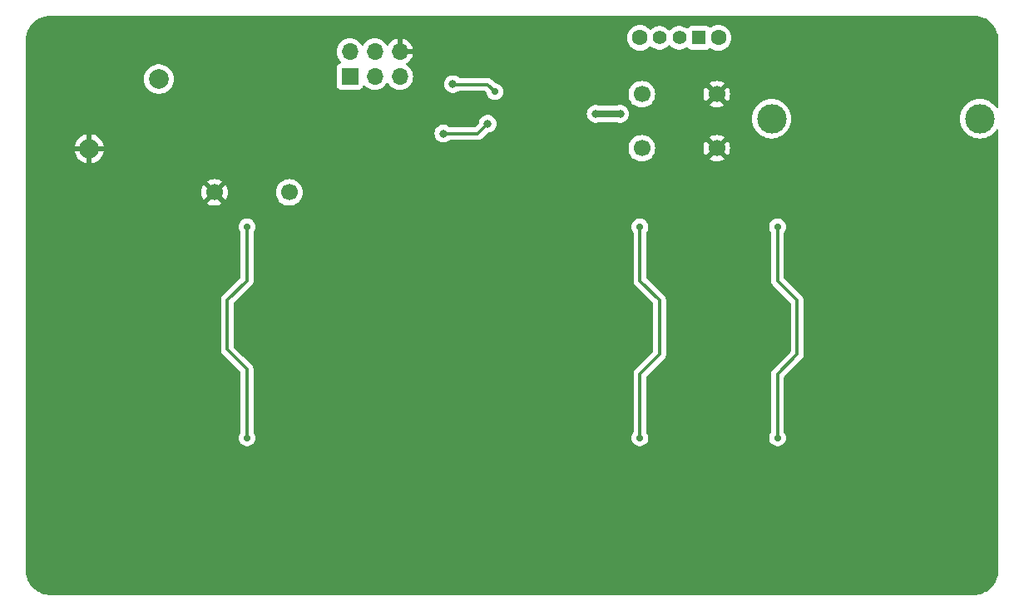
<source format=gbr>
%TF.GenerationSoftware,KiCad,Pcbnew,8.0.5*%
%TF.CreationDate,2024-12-02T23:37:23+00:00*%
%TF.ProjectId,piano-board,7069616e-6f2d-4626-9f61-72642e6b6963,rev?*%
%TF.SameCoordinates,Original*%
%TF.FileFunction,Copper,L2,Bot*%
%TF.FilePolarity,Positive*%
%FSLAX46Y46*%
G04 Gerber Fmt 4.6, Leading zero omitted, Abs format (unit mm)*
G04 Created by KiCad (PCBNEW 8.0.5) date 2024-12-02 23:37:23*
%MOMM*%
%LPD*%
G01*
G04 APERTURE LIST*
%TA.AperFunction,ComponentPad*%
%ADD10C,2.000000*%
%TD*%
%TA.AperFunction,ComponentPad*%
%ADD11C,1.700000*%
%TD*%
%TA.AperFunction,ComponentPad*%
%ADD12C,1.600000*%
%TD*%
%TA.AperFunction,ComponentPad*%
%ADD13R,1.400000X1.400000*%
%TD*%
%TA.AperFunction,ComponentPad*%
%ADD14C,1.400000*%
%TD*%
%TA.AperFunction,ComponentPad*%
%ADD15C,3.000000*%
%TD*%
%TA.AperFunction,ComponentPad*%
%ADD16R,1.700000X1.700000*%
%TD*%
%TA.AperFunction,ComponentPad*%
%ADD17O,1.700000X1.700000*%
%TD*%
%TA.AperFunction,ViaPad*%
%ADD18C,0.800000*%
%TD*%
%TA.AperFunction,ViaPad*%
%ADD19C,0.700000*%
%TD*%
%TA.AperFunction,Conductor*%
%ADD20C,0.700000*%
%TD*%
%TA.AperFunction,Conductor*%
%ADD21C,0.300000*%
%TD*%
G04 APERTURE END LIST*
D10*
%TO.P,LS1,1,1*%
%TO.N,Net-(LS1-Pad1)*%
X164035534Y-46964466D03*
%TO.P,LS1,2,2*%
%TO.N,GND*%
X156964466Y-54035534D03*
%TD*%
D11*
%TO.P,SW2,1,1*%
%TO.N,OCT_INC*%
X213190000Y-48500000D03*
%TO.P,SW2,2,2*%
%TO.N,GND*%
X220810000Y-48500000D03*
%TD*%
D12*
%TO.P,SW1,*%
%TO.N,*%
X221000000Y-42750000D03*
X213000000Y-42750000D03*
D13*
%TO.P,SW1,1,A*%
%TO.N,/BAT+*%
X219000000Y-42750000D03*
D14*
%TO.P,SW1,2,B*%
%TO.N,VCC*%
X217000000Y-42750000D03*
%TO.P,SW1,3,C*%
%TO.N,unconnected-(SW1-C-Pad3)*%
X215000000Y-42750000D03*
%TD*%
D11*
%TO.P,SW3,1,1*%
%TO.N,OCT_DEC*%
X213190000Y-54000000D03*
%TO.P,SW3,2,2*%
%TO.N,GND*%
X220810000Y-54000000D03*
%TD*%
D15*
%TO.P,BT1,1,+*%
%TO.N,/BAT+*%
X226400000Y-51000000D03*
X247600000Y-51000000D03*
%TD*%
D16*
%TO.P,J1,1,MISO*%
%TO.N,MISO_0*%
X183475000Y-46700000D03*
D17*
%TO.P,J1,2,VCC*%
%TO.N,VCC*%
X183475000Y-44160000D03*
%TO.P,J1,3,SCK*%
%TO.N,SCK_0*%
X186015000Y-46700000D03*
%TO.P,J1,4,MOSI*%
%TO.N,MOSI_0*%
X186015000Y-44160000D03*
%TO.P,J1,5,~{RST}*%
%TO.N,RST_DBG_PIN*%
X188555000Y-46700000D03*
%TO.P,J1,6,GND*%
%TO.N,GND*%
X188555000Y-44160000D03*
%TD*%
D11*
%TO.P,SW4,1,1*%
%TO.N,WAVE_CHANGE*%
X177310000Y-58500000D03*
%TO.P,SW4,2,2*%
%TO.N,GND*%
X169690000Y-58500000D03*
%TD*%
D18*
%TO.N,GND*%
X237000000Y-53500000D03*
D19*
X217500000Y-63000000D03*
X221000000Y-90000000D03*
D18*
X234500000Y-49500000D03*
D19*
X249000000Y-83000000D03*
X158000000Y-79000000D03*
X172000000Y-65000000D03*
X200000000Y-79000000D03*
X217500000Y-81000000D03*
X189000000Y-81000000D03*
X238500000Y-99000000D03*
X179000000Y-97000000D03*
X193000000Y-97000000D03*
X158000000Y-72000000D03*
X190500000Y-46500000D03*
X175500000Y-63000000D03*
X210500000Y-99000000D03*
X197000000Y-81000000D03*
X165000000Y-97000000D03*
X214000000Y-65000000D03*
X228000000Y-65000000D03*
X175500000Y-81000000D03*
D18*
X182000000Y-53000000D03*
D19*
X214000000Y-79000000D03*
X165000000Y-83000000D03*
X242000000Y-72000000D03*
X238500000Y-63000000D03*
X224500000Y-99000000D03*
X154500000Y-99000000D03*
X207000000Y-83000000D03*
X245500000Y-99000000D03*
X182500000Y-81000000D03*
X210500000Y-81000000D03*
X241500000Y-65000000D03*
X196500000Y-99000000D03*
X151000000Y-83000000D03*
X206000000Y-43000000D03*
X224500000Y-63000000D03*
D18*
X239500000Y-49500000D03*
D19*
X193000000Y-90000000D03*
D18*
X192431250Y-50431250D03*
D19*
X210500000Y-63000000D03*
X182500000Y-63000000D03*
X165000000Y-90000000D03*
X151000000Y-90000000D03*
X207000000Y-97000000D03*
X172500000Y-53000000D03*
X172000000Y-72000000D03*
X203500000Y-63000000D03*
X249000000Y-90000000D03*
X231500000Y-81000000D03*
X186000000Y-72000000D03*
X245500000Y-81000000D03*
X168500000Y-63000000D03*
X228000000Y-72000000D03*
X231500000Y-99000000D03*
X189500000Y-99000000D03*
X168500000Y-99000000D03*
X235000000Y-90000000D03*
D18*
X237000000Y-48500000D03*
D19*
X178000000Y-49500000D03*
X200000000Y-72000000D03*
X193000000Y-83000000D03*
X161500000Y-99000000D03*
X154500000Y-81000000D03*
X224500000Y-81000000D03*
X175500000Y-99000000D03*
X179000000Y-90000000D03*
X151000000Y-97000000D03*
X186000000Y-65000000D03*
X186000000Y-79000000D03*
X221000000Y-83000000D03*
X214000000Y-72000000D03*
X182500000Y-99000000D03*
X207000000Y-90000000D03*
X200000000Y-65000000D03*
X168500000Y-81000000D03*
X172000000Y-79000000D03*
X235000000Y-83000000D03*
D18*
X234500000Y-52500000D03*
D19*
X158000000Y-65000000D03*
X231500000Y-63000000D03*
D18*
X239500000Y-52500000D03*
D19*
X228000000Y-79000000D03*
X161500000Y-63000000D03*
X235000000Y-97000000D03*
X217500000Y-99000000D03*
X238500000Y-81000000D03*
X241500000Y-79000000D03*
X174000000Y-53000000D03*
D18*
X206000000Y-47500000D03*
D19*
X161500000Y-81000000D03*
X249000000Y-97000000D03*
X203500000Y-99000000D03*
X179000000Y-83000000D03*
X203500000Y-81000000D03*
X221000000Y-97000000D03*
D18*
%TO.N,VCC*%
X211000000Y-50500000D03*
X208500000Y-50500000D03*
%TO.N,RST_DBG_PIN*%
X193967708Y-47467708D03*
D19*
X198250000Y-48250000D03*
%TO.N,KEY_2_PAD*%
X173000000Y-83500000D03*
X173000000Y-62000000D03*
%TO.N,KEY_7_PAD*%
X213000000Y-62000000D03*
X213000000Y-83500000D03*
%TO.N,KEY_9_PAD*%
X227000000Y-62000000D03*
X227000000Y-83500000D03*
D18*
%TO.N,WAVE_CHANGE*%
X193000000Y-52500000D03*
X197500000Y-51500000D03*
%TD*%
D20*
%TO.N,VCC*%
X208500000Y-50500000D02*
X211000000Y-50500000D01*
D21*
%TO.N,RST_DBG_PIN*%
X194000000Y-47500000D02*
X193967708Y-47467708D01*
X197500000Y-47500000D02*
X194000000Y-47500000D01*
X198250000Y-48250000D02*
X197500000Y-47500000D01*
%TO.N,KEY_2_PAD*%
X173000000Y-83500000D02*
X173000000Y-76500000D01*
X173000000Y-76500000D02*
X171000000Y-74500000D01*
X171000000Y-74500000D02*
X171000000Y-69500000D01*
X173000000Y-67500000D02*
X173000000Y-62000000D01*
X171000000Y-69500000D02*
X173000000Y-67500000D01*
%TO.N,KEY_7_PAD*%
X213000000Y-62000000D02*
X213000000Y-67500000D01*
X213000000Y-77000000D02*
X213000000Y-83500000D01*
X215000000Y-75000000D02*
X213000000Y-77000000D01*
X213000000Y-67500000D02*
X215000000Y-69500000D01*
X215000000Y-69500000D02*
X215000000Y-75000000D01*
%TO.N,KEY_9_PAD*%
X227000000Y-67500000D02*
X229000000Y-69500000D01*
X227000000Y-77000000D02*
X227000000Y-83500000D01*
X229000000Y-69500000D02*
X229000000Y-75000000D01*
X227000000Y-62000000D02*
X227000000Y-67500000D01*
X229000000Y-75000000D02*
X227000000Y-77000000D01*
%TO.N,WAVE_CHANGE*%
X193000000Y-52500000D02*
X196500000Y-52500000D01*
X196500000Y-52500000D02*
X197500000Y-51500000D01*
%TD*%
%TA.AperFunction,Conductor*%
%TO.N,GND*%
G36*
X247003736Y-40500726D02*
G01*
X247293796Y-40518271D01*
X247308659Y-40520076D01*
X247590798Y-40571780D01*
X247605335Y-40575363D01*
X247879172Y-40660695D01*
X247893163Y-40666000D01*
X248154743Y-40783727D01*
X248167989Y-40790680D01*
X248413465Y-40939075D01*
X248425776Y-40947573D01*
X248651573Y-41124473D01*
X248662781Y-41134403D01*
X248865596Y-41337218D01*
X248875526Y-41348426D01*
X249038078Y-41555909D01*
X249052422Y-41574217D01*
X249060926Y-41586537D01*
X249182640Y-41787876D01*
X249209316Y-41832004D01*
X249216275Y-41845263D01*
X249333997Y-42106831D01*
X249339306Y-42120832D01*
X249424635Y-42394663D01*
X249428219Y-42409201D01*
X249479923Y-42691340D01*
X249481728Y-42706205D01*
X249499274Y-42996263D01*
X249499500Y-43003750D01*
X249499500Y-49826689D01*
X249479815Y-49893728D01*
X249427011Y-49939483D01*
X249357853Y-49949427D01*
X249294297Y-49920402D01*
X249276233Y-49900999D01*
X249115745Y-49686612D01*
X249115729Y-49686594D01*
X248913405Y-49484270D01*
X248913387Y-49484254D01*
X248684317Y-49312775D01*
X248684309Y-49312770D01*
X248433166Y-49175635D01*
X248433167Y-49175635D01*
X248231722Y-49100500D01*
X248165046Y-49075631D01*
X248165043Y-49075630D01*
X248165037Y-49075628D01*
X247885433Y-49014804D01*
X247600001Y-48994390D01*
X247599999Y-48994390D01*
X247314566Y-49014804D01*
X247034962Y-49075628D01*
X246766833Y-49175635D01*
X246515690Y-49312770D01*
X246515682Y-49312775D01*
X246286612Y-49484254D01*
X246286594Y-49484270D01*
X246084270Y-49686594D01*
X246084254Y-49686612D01*
X245912775Y-49915682D01*
X245912770Y-49915690D01*
X245775635Y-50166833D01*
X245675628Y-50434962D01*
X245614804Y-50714566D01*
X245594390Y-50999998D01*
X245594390Y-51000001D01*
X245614804Y-51285433D01*
X245675628Y-51565037D01*
X245675630Y-51565043D01*
X245675631Y-51565046D01*
X245773377Y-51827112D01*
X245775635Y-51833166D01*
X245912770Y-52084309D01*
X245912775Y-52084317D01*
X246084254Y-52313387D01*
X246084270Y-52313405D01*
X246286594Y-52515729D01*
X246286612Y-52515745D01*
X246515682Y-52687224D01*
X246515690Y-52687229D01*
X246766833Y-52824364D01*
X246766832Y-52824364D01*
X246766836Y-52824365D01*
X246766839Y-52824367D01*
X247034954Y-52924369D01*
X247034960Y-52924370D01*
X247034962Y-52924371D01*
X247314566Y-52985195D01*
X247314568Y-52985195D01*
X247314572Y-52985196D01*
X247568220Y-53003337D01*
X247599999Y-53005610D01*
X247600000Y-53005610D01*
X247600001Y-53005610D01*
X247628595Y-53003564D01*
X247885428Y-52985196D01*
X247994330Y-52961506D01*
X248165037Y-52924371D01*
X248165037Y-52924370D01*
X248165046Y-52924369D01*
X248433161Y-52824367D01*
X248684315Y-52687226D01*
X248913395Y-52515739D01*
X249115739Y-52313395D01*
X249276233Y-52099000D01*
X249332166Y-52057128D01*
X249401858Y-52052144D01*
X249463181Y-52085629D01*
X249496666Y-52146952D01*
X249499500Y-52173310D01*
X249499500Y-96996249D01*
X249499274Y-97003736D01*
X249481728Y-97293794D01*
X249479923Y-97308659D01*
X249428219Y-97590798D01*
X249424635Y-97605336D01*
X249339306Y-97879167D01*
X249333997Y-97893168D01*
X249216275Y-98154736D01*
X249209316Y-98167995D01*
X249060928Y-98413459D01*
X249052422Y-98425782D01*
X248875526Y-98651573D01*
X248865596Y-98662781D01*
X248662781Y-98865596D01*
X248651573Y-98875526D01*
X248425782Y-99052422D01*
X248413459Y-99060928D01*
X248167995Y-99209316D01*
X248154736Y-99216275D01*
X247893168Y-99333997D01*
X247879167Y-99339306D01*
X247605336Y-99424635D01*
X247590798Y-99428219D01*
X247308659Y-99479923D01*
X247293794Y-99481728D01*
X247003753Y-99499273D01*
X246996266Y-99499499D01*
X153003750Y-99499499D01*
X152996263Y-99499273D01*
X152706204Y-99481727D01*
X152691339Y-99479922D01*
X152409201Y-99428218D01*
X152394663Y-99424634D01*
X152120832Y-99339305D01*
X152106831Y-99333996D01*
X151845263Y-99216274D01*
X151832004Y-99209315D01*
X151586537Y-99060925D01*
X151574220Y-99052423D01*
X151427145Y-98937197D01*
X151348426Y-98875524D01*
X151337218Y-98865594D01*
X151134404Y-98662780D01*
X151124474Y-98651572D01*
X150947573Y-98425775D01*
X150939072Y-98413459D01*
X150790683Y-98167993D01*
X150783725Y-98154735D01*
X150666001Y-97893163D01*
X150660696Y-97879171D01*
X150575364Y-97605333D01*
X150571781Y-97590796D01*
X150520077Y-97308658D01*
X150518272Y-97293793D01*
X150504487Y-97065895D01*
X150500725Y-97003712D01*
X150500500Y-96996238D01*
X150500500Y-74564071D01*
X170349499Y-74564071D01*
X170374497Y-74689738D01*
X170374499Y-74689744D01*
X170423534Y-74808125D01*
X170494726Y-74914673D01*
X170494727Y-74914674D01*
X172313181Y-76733126D01*
X172346666Y-76794449D01*
X172349500Y-76820807D01*
X172349500Y-82903802D01*
X172329815Y-82970841D01*
X172317651Y-82986773D01*
X172308140Y-82997336D01*
X172218750Y-83152164D01*
X172218747Y-83152170D01*
X172163504Y-83322192D01*
X172163503Y-83322194D01*
X172144815Y-83500000D01*
X172163503Y-83677805D01*
X172163504Y-83677807D01*
X172218747Y-83847829D01*
X172218750Y-83847835D01*
X172308141Y-84002665D01*
X172349812Y-84048946D01*
X172427764Y-84135521D01*
X172427767Y-84135523D01*
X172427770Y-84135526D01*
X172572407Y-84240612D01*
X172735733Y-84313329D01*
X172910609Y-84350500D01*
X172910610Y-84350500D01*
X173089389Y-84350500D01*
X173089391Y-84350500D01*
X173264267Y-84313329D01*
X173427593Y-84240612D01*
X173572230Y-84135526D01*
X173691859Y-84002665D01*
X173781250Y-83847835D01*
X173836497Y-83677803D01*
X173855185Y-83500000D01*
X173836497Y-83322197D01*
X173781250Y-83152165D01*
X173691859Y-82997335D01*
X173682349Y-82986773D01*
X173652120Y-82923782D01*
X173650500Y-82903802D01*
X173650500Y-76435928D01*
X173625502Y-76310261D01*
X173625501Y-76310260D01*
X173625501Y-76310256D01*
X173576465Y-76191873D01*
X173576464Y-76191872D01*
X173576461Y-76191866D01*
X173505277Y-76085332D01*
X173505276Y-76085331D01*
X173414669Y-75994724D01*
X172609681Y-75189736D01*
X171686819Y-74266873D01*
X171653334Y-74205550D01*
X171650500Y-74179192D01*
X171650500Y-69820807D01*
X171670185Y-69753768D01*
X171686819Y-69733126D01*
X173505273Y-67914672D01*
X173505276Y-67914669D01*
X173576465Y-67808127D01*
X173625501Y-67689744D01*
X173650500Y-67564069D01*
X173650500Y-62596197D01*
X173670185Y-62529158D01*
X173682352Y-62513223D01*
X173691859Y-62502665D01*
X173781250Y-62347835D01*
X173836497Y-62177803D01*
X173855185Y-62000000D01*
X212144815Y-62000000D01*
X212163503Y-62177805D01*
X212163504Y-62177807D01*
X212218747Y-62347829D01*
X212218750Y-62347835D01*
X212308141Y-62502665D01*
X212317648Y-62513223D01*
X212347879Y-62576213D01*
X212349500Y-62596197D01*
X212349500Y-67564069D01*
X212349500Y-67564071D01*
X212349499Y-67564071D01*
X212374497Y-67689738D01*
X212374499Y-67689744D01*
X212423535Y-67808127D01*
X212494723Y-67914669D01*
X212494726Y-67914673D01*
X212494727Y-67914674D01*
X214313181Y-69733126D01*
X214346666Y-69794449D01*
X214349500Y-69820807D01*
X214349500Y-74679191D01*
X214329815Y-74746230D01*
X214313181Y-74766872D01*
X212494727Y-76585325D01*
X212494726Y-76585326D01*
X212424969Y-76689728D01*
X212424959Y-76689743D01*
X212423534Y-76691873D01*
X212374499Y-76810255D01*
X212374497Y-76810261D01*
X212349500Y-76935928D01*
X212349500Y-82903802D01*
X212329815Y-82970841D01*
X212317651Y-82986773D01*
X212308140Y-82997336D01*
X212218750Y-83152164D01*
X212218747Y-83152170D01*
X212163504Y-83322192D01*
X212163503Y-83322194D01*
X212144815Y-83500000D01*
X212163503Y-83677805D01*
X212163504Y-83677807D01*
X212218747Y-83847829D01*
X212218750Y-83847835D01*
X212308141Y-84002665D01*
X212349812Y-84048946D01*
X212427764Y-84135521D01*
X212427767Y-84135523D01*
X212427770Y-84135526D01*
X212572407Y-84240612D01*
X212735733Y-84313329D01*
X212910609Y-84350500D01*
X212910610Y-84350500D01*
X213089389Y-84350500D01*
X213089391Y-84350500D01*
X213264267Y-84313329D01*
X213427593Y-84240612D01*
X213572230Y-84135526D01*
X213691859Y-84002665D01*
X213781250Y-83847835D01*
X213836497Y-83677803D01*
X213855185Y-83500000D01*
X213836497Y-83322197D01*
X213781250Y-83152165D01*
X213691859Y-82997335D01*
X213682349Y-82986773D01*
X213652120Y-82923782D01*
X213650500Y-82903802D01*
X213650500Y-77320807D01*
X213670185Y-77253768D01*
X213686819Y-77233126D01*
X215505273Y-75414672D01*
X215505276Y-75414669D01*
X215576465Y-75308127D01*
X215625501Y-75189744D01*
X215638280Y-75125501D01*
X215650500Y-75064069D01*
X215650500Y-69435931D01*
X215650500Y-69435928D01*
X215625502Y-69310261D01*
X215625501Y-69310260D01*
X215625501Y-69310256D01*
X215576465Y-69191873D01*
X215576464Y-69191872D01*
X215576461Y-69191866D01*
X215505277Y-69085332D01*
X215505270Y-69085325D01*
X215414669Y-68994724D01*
X213686818Y-67266872D01*
X213653334Y-67205550D01*
X213650500Y-67179192D01*
X213650500Y-62596197D01*
X213670185Y-62529158D01*
X213682352Y-62513223D01*
X213691859Y-62502665D01*
X213781250Y-62347835D01*
X213836497Y-62177803D01*
X213855185Y-62000000D01*
X226144815Y-62000000D01*
X226163503Y-62177805D01*
X226163504Y-62177807D01*
X226218747Y-62347829D01*
X226218750Y-62347835D01*
X226308141Y-62502665D01*
X226317648Y-62513223D01*
X226347879Y-62576213D01*
X226349500Y-62596197D01*
X226349500Y-67564069D01*
X226349500Y-67564071D01*
X226349499Y-67564071D01*
X226374497Y-67689738D01*
X226374499Y-67689744D01*
X226423535Y-67808127D01*
X226494723Y-67914669D01*
X226494726Y-67914673D01*
X226494727Y-67914674D01*
X228313181Y-69733126D01*
X228346666Y-69794449D01*
X228349500Y-69820807D01*
X228349500Y-74679191D01*
X228329815Y-74746230D01*
X228313181Y-74766872D01*
X226494727Y-76585325D01*
X226494726Y-76585326D01*
X226424969Y-76689728D01*
X226424959Y-76689743D01*
X226423534Y-76691873D01*
X226374499Y-76810255D01*
X226374497Y-76810261D01*
X226349500Y-76935928D01*
X226349500Y-82903802D01*
X226329815Y-82970841D01*
X226317651Y-82986773D01*
X226308140Y-82997336D01*
X226218750Y-83152164D01*
X226218747Y-83152170D01*
X226163504Y-83322192D01*
X226163503Y-83322194D01*
X226144815Y-83500000D01*
X226163503Y-83677805D01*
X226163504Y-83677807D01*
X226218747Y-83847829D01*
X226218750Y-83847835D01*
X226308141Y-84002665D01*
X226349812Y-84048946D01*
X226427764Y-84135521D01*
X226427767Y-84135523D01*
X226427770Y-84135526D01*
X226572407Y-84240612D01*
X226735733Y-84313329D01*
X226910609Y-84350500D01*
X226910610Y-84350500D01*
X227089389Y-84350500D01*
X227089391Y-84350500D01*
X227264267Y-84313329D01*
X227427593Y-84240612D01*
X227572230Y-84135526D01*
X227691859Y-84002665D01*
X227781250Y-83847835D01*
X227836497Y-83677803D01*
X227855185Y-83500000D01*
X227836497Y-83322197D01*
X227781250Y-83152165D01*
X227691859Y-82997335D01*
X227682349Y-82986773D01*
X227652120Y-82923782D01*
X227650500Y-82903802D01*
X227650500Y-77320807D01*
X227670185Y-77253768D01*
X227686819Y-77233126D01*
X229505273Y-75414672D01*
X229505276Y-75414669D01*
X229576465Y-75308127D01*
X229625501Y-75189744D01*
X229638280Y-75125501D01*
X229650500Y-75064069D01*
X229650500Y-69435931D01*
X229650500Y-69435928D01*
X229625502Y-69310261D01*
X229625501Y-69310260D01*
X229625501Y-69310256D01*
X229576465Y-69191873D01*
X229576464Y-69191872D01*
X229576461Y-69191866D01*
X229505277Y-69085332D01*
X229505270Y-69085325D01*
X229414669Y-68994724D01*
X227686818Y-67266872D01*
X227653334Y-67205550D01*
X227650500Y-67179192D01*
X227650500Y-62596197D01*
X227670185Y-62529158D01*
X227682352Y-62513223D01*
X227691859Y-62502665D01*
X227781250Y-62347835D01*
X227836497Y-62177803D01*
X227855185Y-62000000D01*
X227836497Y-61822197D01*
X227781250Y-61652165D01*
X227691859Y-61497335D01*
X227645003Y-61445296D01*
X227572235Y-61364478D01*
X227572232Y-61364476D01*
X227572231Y-61364475D01*
X227572230Y-61364474D01*
X227427593Y-61259388D01*
X227264267Y-61186671D01*
X227264265Y-61186670D01*
X227136594Y-61159533D01*
X227089391Y-61149500D01*
X226910609Y-61149500D01*
X226879954Y-61156015D01*
X226735733Y-61186670D01*
X226735728Y-61186672D01*
X226572408Y-61259387D01*
X226427768Y-61364475D01*
X226308140Y-61497336D01*
X226218750Y-61652164D01*
X226218747Y-61652170D01*
X226163504Y-61822192D01*
X226163503Y-61822194D01*
X226144815Y-62000000D01*
X213855185Y-62000000D01*
X213836497Y-61822197D01*
X213781250Y-61652165D01*
X213691859Y-61497335D01*
X213645003Y-61445296D01*
X213572235Y-61364478D01*
X213572232Y-61364476D01*
X213572231Y-61364475D01*
X213572230Y-61364474D01*
X213427593Y-61259388D01*
X213264267Y-61186671D01*
X213264265Y-61186670D01*
X213136594Y-61159533D01*
X213089391Y-61149500D01*
X212910609Y-61149500D01*
X212879954Y-61156015D01*
X212735733Y-61186670D01*
X212735728Y-61186672D01*
X212572408Y-61259387D01*
X212427768Y-61364475D01*
X212308140Y-61497336D01*
X212218750Y-61652164D01*
X212218747Y-61652170D01*
X212163504Y-61822192D01*
X212163503Y-61822194D01*
X212144815Y-62000000D01*
X173855185Y-62000000D01*
X173836497Y-61822197D01*
X173781250Y-61652165D01*
X173691859Y-61497335D01*
X173645003Y-61445296D01*
X173572235Y-61364478D01*
X173572232Y-61364476D01*
X173572231Y-61364475D01*
X173572230Y-61364474D01*
X173427593Y-61259388D01*
X173264267Y-61186671D01*
X173264265Y-61186670D01*
X173136594Y-61159533D01*
X173089391Y-61149500D01*
X172910609Y-61149500D01*
X172879954Y-61156015D01*
X172735733Y-61186670D01*
X172735728Y-61186672D01*
X172572408Y-61259387D01*
X172427768Y-61364475D01*
X172308140Y-61497336D01*
X172218750Y-61652164D01*
X172218747Y-61652170D01*
X172163504Y-61822192D01*
X172163503Y-61822194D01*
X172144815Y-62000000D01*
X172163503Y-62177805D01*
X172163504Y-62177807D01*
X172218747Y-62347829D01*
X172218750Y-62347835D01*
X172308141Y-62502665D01*
X172317648Y-62513223D01*
X172347879Y-62576213D01*
X172349500Y-62596197D01*
X172349500Y-67179191D01*
X172329815Y-67246230D01*
X172313181Y-67266872D01*
X170494727Y-69085325D01*
X170494726Y-69085326D01*
X170423534Y-69191874D01*
X170374499Y-69310255D01*
X170374497Y-69310261D01*
X170349500Y-69435928D01*
X170349500Y-69435931D01*
X170349500Y-74564069D01*
X170349500Y-74564071D01*
X170349499Y-74564071D01*
X150500500Y-74564071D01*
X150500500Y-58499998D01*
X168334843Y-58499998D01*
X168334843Y-58500001D01*
X168355430Y-58735315D01*
X168355432Y-58735326D01*
X168416566Y-58963483D01*
X168416570Y-58963492D01*
X168516400Y-59177579D01*
X168516402Y-59177583D01*
X168575072Y-59261373D01*
X168575073Y-59261373D01*
X169207037Y-58629409D01*
X169224075Y-58692993D01*
X169289901Y-58807007D01*
X169382993Y-58900099D01*
X169497007Y-58965925D01*
X169560590Y-58982962D01*
X168928625Y-59614925D01*
X169012421Y-59673599D01*
X169226507Y-59773429D01*
X169226516Y-59773433D01*
X169454673Y-59834567D01*
X169454684Y-59834569D01*
X169689998Y-59855157D01*
X169690002Y-59855157D01*
X169925315Y-59834569D01*
X169925326Y-59834567D01*
X170153483Y-59773433D01*
X170153492Y-59773429D01*
X170367578Y-59673600D01*
X170367582Y-59673598D01*
X170451373Y-59614926D01*
X170451373Y-59614925D01*
X169819409Y-58982962D01*
X169882993Y-58965925D01*
X169997007Y-58900099D01*
X170090099Y-58807007D01*
X170155925Y-58692993D01*
X170172962Y-58629410D01*
X170804925Y-59261373D01*
X170804926Y-59261373D01*
X170863598Y-59177582D01*
X170863600Y-59177578D01*
X170963429Y-58963492D01*
X170963433Y-58963483D01*
X171024567Y-58735326D01*
X171024569Y-58735315D01*
X171045157Y-58500001D01*
X171045157Y-58499999D01*
X175954341Y-58499999D01*
X175954341Y-58500000D01*
X175974936Y-58735403D01*
X175974938Y-58735413D01*
X176036094Y-58963655D01*
X176036096Y-58963659D01*
X176036097Y-58963663D01*
X176135847Y-59177578D01*
X176135965Y-59177830D01*
X176135967Y-59177834D01*
X176194462Y-59261373D01*
X176271505Y-59371401D01*
X176438599Y-59538495D01*
X176535384Y-59606265D01*
X176632165Y-59674032D01*
X176632167Y-59674033D01*
X176632170Y-59674035D01*
X176846337Y-59773903D01*
X177074592Y-59835063D01*
X177262918Y-59851539D01*
X177309999Y-59855659D01*
X177310000Y-59855659D01*
X177310001Y-59855659D01*
X177349234Y-59852226D01*
X177545408Y-59835063D01*
X177773663Y-59773903D01*
X177987830Y-59674035D01*
X178181401Y-59538495D01*
X178348495Y-59371401D01*
X178484035Y-59177830D01*
X178583903Y-58963663D01*
X178645063Y-58735408D01*
X178665659Y-58500000D01*
X178645063Y-58264592D01*
X178583903Y-58036337D01*
X178484035Y-57822171D01*
X178425537Y-57738626D01*
X178348494Y-57628597D01*
X178181402Y-57461506D01*
X178181395Y-57461501D01*
X177987834Y-57325967D01*
X177987830Y-57325965D01*
X177987828Y-57325964D01*
X177773663Y-57226097D01*
X177773659Y-57226096D01*
X177773655Y-57226094D01*
X177545413Y-57164938D01*
X177545403Y-57164936D01*
X177310001Y-57144341D01*
X177309999Y-57144341D01*
X177074596Y-57164936D01*
X177074586Y-57164938D01*
X176846344Y-57226094D01*
X176846335Y-57226098D01*
X176632171Y-57325964D01*
X176632169Y-57325965D01*
X176438597Y-57461505D01*
X176271505Y-57628597D01*
X176135965Y-57822169D01*
X176135964Y-57822171D01*
X176036098Y-58036335D01*
X176036094Y-58036344D01*
X175974938Y-58264586D01*
X175974936Y-58264596D01*
X175954341Y-58499999D01*
X171045157Y-58499999D01*
X171045157Y-58499998D01*
X171024569Y-58264684D01*
X171024567Y-58264673D01*
X170963433Y-58036516D01*
X170963429Y-58036507D01*
X170863600Y-57822423D01*
X170863599Y-57822421D01*
X170804925Y-57738626D01*
X170804925Y-57738625D01*
X170172962Y-58370589D01*
X170155925Y-58307007D01*
X170090099Y-58192993D01*
X169997007Y-58099901D01*
X169882993Y-58034075D01*
X169819410Y-58017037D01*
X170451373Y-57385073D01*
X170451373Y-57385072D01*
X170367583Y-57326402D01*
X170367579Y-57326400D01*
X170153492Y-57226570D01*
X170153483Y-57226566D01*
X169925326Y-57165432D01*
X169925315Y-57165430D01*
X169690002Y-57144843D01*
X169689998Y-57144843D01*
X169454684Y-57165430D01*
X169454673Y-57165432D01*
X169226516Y-57226566D01*
X169226507Y-57226570D01*
X169012419Y-57326401D01*
X168928625Y-57385072D01*
X169560590Y-58017037D01*
X169497007Y-58034075D01*
X169382993Y-58099901D01*
X169289901Y-58192993D01*
X169224075Y-58307007D01*
X169207037Y-58370590D01*
X168575072Y-57738625D01*
X168516401Y-57822419D01*
X168416570Y-58036507D01*
X168416566Y-58036516D01*
X168355432Y-58264673D01*
X168355430Y-58264684D01*
X168334843Y-58499998D01*
X150500500Y-58499998D01*
X150500500Y-53785534D01*
X155480426Y-53785534D01*
X156648780Y-53785534D01*
X156644386Y-53789928D01*
X156591725Y-53881140D01*
X156564466Y-53982873D01*
X156564466Y-54088195D01*
X156591725Y-54189928D01*
X156644386Y-54281140D01*
X156648780Y-54285534D01*
X155480426Y-54285534D01*
X155540877Y-54524250D01*
X155640733Y-54751901D01*
X155776698Y-54960012D01*
X155945058Y-55142898D01*
X155945068Y-55142907D01*
X156141228Y-55295585D01*
X156141237Y-55295591D01*
X156359851Y-55413898D01*
X156359862Y-55413903D01*
X156594973Y-55494617D01*
X156714465Y-55514557D01*
X156714466Y-55514556D01*
X156714466Y-54351220D01*
X156718860Y-54355614D01*
X156810072Y-54408275D01*
X156911805Y-54435534D01*
X157017127Y-54435534D01*
X157118860Y-54408275D01*
X157210072Y-54355614D01*
X157214466Y-54351220D01*
X157214466Y-55514557D01*
X157333958Y-55494617D01*
X157569069Y-55413903D01*
X157569080Y-55413898D01*
X157787694Y-55295591D01*
X157787703Y-55295585D01*
X157983863Y-55142907D01*
X157983873Y-55142898D01*
X158152233Y-54960012D01*
X158288198Y-54751901D01*
X158388054Y-54524250D01*
X158448506Y-54285534D01*
X157280152Y-54285534D01*
X157284546Y-54281140D01*
X157337207Y-54189928D01*
X157364466Y-54088195D01*
X157364466Y-53999999D01*
X211834341Y-53999999D01*
X211834341Y-54000000D01*
X211854936Y-54235403D01*
X211854938Y-54235413D01*
X211916094Y-54463655D01*
X211916096Y-54463659D01*
X211916097Y-54463663D01*
X212015847Y-54677578D01*
X212015965Y-54677830D01*
X212015967Y-54677834D01*
X212067830Y-54751901D01*
X212151505Y-54871401D01*
X212318599Y-55038495D01*
X212415384Y-55106265D01*
X212512165Y-55174032D01*
X212512167Y-55174033D01*
X212512170Y-55174035D01*
X212726337Y-55273903D01*
X212954592Y-55335063D01*
X213142918Y-55351539D01*
X213189999Y-55355659D01*
X213190000Y-55355659D01*
X213190001Y-55355659D01*
X213229234Y-55352226D01*
X213425408Y-55335063D01*
X213653663Y-55273903D01*
X213867830Y-55174035D01*
X214061401Y-55038495D01*
X214228495Y-54871401D01*
X214364035Y-54677830D01*
X214463903Y-54463663D01*
X214525063Y-54235408D01*
X214545659Y-54000000D01*
X214545659Y-53999998D01*
X219454843Y-53999998D01*
X219454843Y-54000001D01*
X219475430Y-54235315D01*
X219475432Y-54235326D01*
X219536566Y-54463483D01*
X219536570Y-54463492D01*
X219636400Y-54677579D01*
X219636402Y-54677583D01*
X219695072Y-54761373D01*
X219695073Y-54761373D01*
X220327037Y-54129409D01*
X220344075Y-54192993D01*
X220409901Y-54307007D01*
X220502993Y-54400099D01*
X220617007Y-54465925D01*
X220680590Y-54482962D01*
X220048625Y-55114925D01*
X220132421Y-55173599D01*
X220346507Y-55273429D01*
X220346516Y-55273433D01*
X220574673Y-55334567D01*
X220574684Y-55334569D01*
X220809998Y-55355157D01*
X220810002Y-55355157D01*
X221045315Y-55334569D01*
X221045326Y-55334567D01*
X221273483Y-55273433D01*
X221273492Y-55273429D01*
X221487578Y-55173600D01*
X221487582Y-55173598D01*
X221571373Y-55114926D01*
X221571373Y-55114925D01*
X220939409Y-54482962D01*
X221002993Y-54465925D01*
X221117007Y-54400099D01*
X221210099Y-54307007D01*
X221275925Y-54192993D01*
X221292962Y-54129410D01*
X221924925Y-54761373D01*
X221924926Y-54761373D01*
X221983598Y-54677582D01*
X221983600Y-54677578D01*
X222083429Y-54463492D01*
X222083433Y-54463483D01*
X222144567Y-54235326D01*
X222144569Y-54235315D01*
X222165157Y-54000001D01*
X222165157Y-53999998D01*
X222144569Y-53764684D01*
X222144567Y-53764673D01*
X222083433Y-53536516D01*
X222083429Y-53536507D01*
X221983600Y-53322423D01*
X221983599Y-53322421D01*
X221924925Y-53238626D01*
X221924925Y-53238625D01*
X221292962Y-53870589D01*
X221275925Y-53807007D01*
X221210099Y-53692993D01*
X221117007Y-53599901D01*
X221002993Y-53534075D01*
X220939410Y-53517037D01*
X221571373Y-52885073D01*
X221571373Y-52885072D01*
X221487583Y-52826402D01*
X221487579Y-52826400D01*
X221273492Y-52726570D01*
X221273483Y-52726566D01*
X221045326Y-52665432D01*
X221045315Y-52665430D01*
X220810002Y-52644843D01*
X220809998Y-52644843D01*
X220574684Y-52665430D01*
X220574673Y-52665432D01*
X220346516Y-52726566D01*
X220346507Y-52726570D01*
X220132419Y-52826401D01*
X220048625Y-52885072D01*
X220680590Y-53517037D01*
X220617007Y-53534075D01*
X220502993Y-53599901D01*
X220409901Y-53692993D01*
X220344075Y-53807007D01*
X220327037Y-53870589D01*
X219695073Y-53238625D01*
X219695072Y-53238625D01*
X219636401Y-53322419D01*
X219536570Y-53536507D01*
X219536566Y-53536516D01*
X219475432Y-53764673D01*
X219475430Y-53764684D01*
X219454843Y-53999998D01*
X214545659Y-53999998D01*
X214525063Y-53764592D01*
X214463903Y-53536337D01*
X214364035Y-53322171D01*
X214337414Y-53284151D01*
X214228494Y-53128597D01*
X214061402Y-52961506D01*
X214061395Y-52961501D01*
X213867834Y-52825967D01*
X213867830Y-52825965D01*
X213759556Y-52775476D01*
X213653663Y-52726097D01*
X213653659Y-52726096D01*
X213653655Y-52726094D01*
X213425413Y-52664938D01*
X213425403Y-52664936D01*
X213190001Y-52644341D01*
X213189999Y-52644341D01*
X212954596Y-52664936D01*
X212954586Y-52664938D01*
X212726344Y-52726094D01*
X212726335Y-52726098D01*
X212512171Y-52825964D01*
X212512169Y-52825965D01*
X212318597Y-52961505D01*
X212151505Y-53128597D01*
X212015965Y-53322169D01*
X212015964Y-53322171D01*
X211916098Y-53536335D01*
X211916094Y-53536344D01*
X211854938Y-53764586D01*
X211854936Y-53764596D01*
X211834341Y-53999999D01*
X157364466Y-53999999D01*
X157364466Y-53982873D01*
X157337207Y-53881140D01*
X157284546Y-53789928D01*
X157280152Y-53785534D01*
X158448506Y-53785534D01*
X158388054Y-53546817D01*
X158288198Y-53319166D01*
X158152233Y-53111055D01*
X157983873Y-52928169D01*
X157983863Y-52928160D01*
X157787703Y-52775482D01*
X157787694Y-52775476D01*
X157569080Y-52657169D01*
X157569069Y-52657164D01*
X157333958Y-52576450D01*
X157214466Y-52556510D01*
X157214466Y-53719848D01*
X157210072Y-53715454D01*
X157118860Y-53662793D01*
X157017127Y-53635534D01*
X156911805Y-53635534D01*
X156810072Y-53662793D01*
X156718860Y-53715454D01*
X156714466Y-53719848D01*
X156714466Y-52556510D01*
X156714465Y-52556510D01*
X156594973Y-52576450D01*
X156359862Y-52657164D01*
X156359851Y-52657169D01*
X156141237Y-52775476D01*
X156141228Y-52775482D01*
X155945068Y-52928160D01*
X155945058Y-52928169D01*
X155776698Y-53111055D01*
X155640733Y-53319166D01*
X155540877Y-53546817D01*
X155480426Y-53785534D01*
X150500500Y-53785534D01*
X150500500Y-52500000D01*
X192094540Y-52500000D01*
X192114326Y-52688256D01*
X192114327Y-52688259D01*
X192172818Y-52868277D01*
X192172821Y-52868284D01*
X192267467Y-53032216D01*
X192354249Y-53128597D01*
X192394129Y-53172888D01*
X192547265Y-53284148D01*
X192547270Y-53284151D01*
X192720192Y-53361142D01*
X192720197Y-53361144D01*
X192905354Y-53400500D01*
X192905355Y-53400500D01*
X193094644Y-53400500D01*
X193094646Y-53400500D01*
X193279803Y-53361144D01*
X193452730Y-53284151D01*
X193604090Y-53174182D01*
X193669896Y-53150702D01*
X193676975Y-53150500D01*
X196564071Y-53150500D01*
X196648615Y-53133682D01*
X196689744Y-53125501D01*
X196808127Y-53076465D01*
X196914669Y-53005277D01*
X197483127Y-52436819D01*
X197544450Y-52403334D01*
X197570808Y-52400500D01*
X197594644Y-52400500D01*
X197594646Y-52400500D01*
X197779803Y-52361144D01*
X197952730Y-52284151D01*
X198105871Y-52172888D01*
X198232533Y-52032216D01*
X198327179Y-51868284D01*
X198385674Y-51688256D01*
X198405460Y-51500000D01*
X198385674Y-51311744D01*
X198327179Y-51131716D01*
X198232533Y-50967784D01*
X198105871Y-50827112D01*
X198105870Y-50827111D01*
X197952734Y-50715851D01*
X197952729Y-50715848D01*
X197779807Y-50638857D01*
X197779802Y-50638855D01*
X197634001Y-50607865D01*
X197594646Y-50599500D01*
X197405354Y-50599500D01*
X197372897Y-50606398D01*
X197220197Y-50638855D01*
X197220192Y-50638857D01*
X197047270Y-50715848D01*
X197047265Y-50715851D01*
X196894129Y-50827111D01*
X196767466Y-50967785D01*
X196672821Y-51131715D01*
X196672818Y-51131722D01*
X196614327Y-51311739D01*
X196614326Y-51311741D01*
X196600831Y-51440143D01*
X196574246Y-51504757D01*
X196565191Y-51514862D01*
X196266873Y-51813181D01*
X196205550Y-51846666D01*
X196179192Y-51849500D01*
X193676975Y-51849500D01*
X193609936Y-51829815D01*
X193604090Y-51825818D01*
X193452734Y-51715851D01*
X193452729Y-51715848D01*
X193279807Y-51638857D01*
X193279802Y-51638855D01*
X193134001Y-51607865D01*
X193094646Y-51599500D01*
X192905354Y-51599500D01*
X192872897Y-51606398D01*
X192720197Y-51638855D01*
X192720192Y-51638857D01*
X192547270Y-51715848D01*
X192547265Y-51715851D01*
X192394129Y-51827111D01*
X192267466Y-51967785D01*
X192172821Y-52131715D01*
X192172818Y-52131722D01*
X192114327Y-52311740D01*
X192114326Y-52311744D01*
X192094540Y-52500000D01*
X150500500Y-52500000D01*
X150500500Y-50500000D01*
X207594540Y-50500000D01*
X207614326Y-50688256D01*
X207614327Y-50688259D01*
X207672818Y-50868277D01*
X207672821Y-50868284D01*
X207767467Y-51032216D01*
X207857063Y-51131722D01*
X207894129Y-51172888D01*
X208047265Y-51284148D01*
X208047270Y-51284151D01*
X208220192Y-51361142D01*
X208220197Y-51361144D01*
X208405354Y-51400500D01*
X208405355Y-51400500D01*
X208594644Y-51400500D01*
X208594646Y-51400500D01*
X208779803Y-51361144D01*
X208779808Y-51361141D01*
X208785986Y-51359135D01*
X208786209Y-51359821D01*
X208830067Y-51350500D01*
X210669933Y-51350500D01*
X210713790Y-51359821D01*
X210714014Y-51359135D01*
X210720194Y-51361142D01*
X210720197Y-51361144D01*
X210905354Y-51400500D01*
X210905355Y-51400500D01*
X211094644Y-51400500D01*
X211094646Y-51400500D01*
X211279803Y-51361144D01*
X211452730Y-51284151D01*
X211605871Y-51172888D01*
X211732533Y-51032216D01*
X211751134Y-50999998D01*
X224394390Y-50999998D01*
X224394390Y-51000001D01*
X224414804Y-51285433D01*
X224475628Y-51565037D01*
X224475630Y-51565043D01*
X224475631Y-51565046D01*
X224573377Y-51827112D01*
X224575635Y-51833166D01*
X224712770Y-52084309D01*
X224712775Y-52084317D01*
X224884254Y-52313387D01*
X224884270Y-52313405D01*
X225086594Y-52515729D01*
X225086612Y-52515745D01*
X225315682Y-52687224D01*
X225315690Y-52687229D01*
X225566833Y-52824364D01*
X225566832Y-52824364D01*
X225566836Y-52824365D01*
X225566839Y-52824367D01*
X225834954Y-52924369D01*
X225834960Y-52924370D01*
X225834962Y-52924371D01*
X226114566Y-52985195D01*
X226114568Y-52985195D01*
X226114572Y-52985196D01*
X226368220Y-53003337D01*
X226399999Y-53005610D01*
X226400000Y-53005610D01*
X226400001Y-53005610D01*
X226428595Y-53003564D01*
X226685428Y-52985196D01*
X226794330Y-52961506D01*
X226965037Y-52924371D01*
X226965037Y-52924370D01*
X226965046Y-52924369D01*
X227233161Y-52824367D01*
X227484315Y-52687226D01*
X227713395Y-52515739D01*
X227915739Y-52313395D01*
X228087226Y-52084315D01*
X228224367Y-51833161D01*
X228324369Y-51565046D01*
X228368725Y-51361144D01*
X228385195Y-51285433D01*
X228385195Y-51285432D01*
X228385196Y-51285428D01*
X228405610Y-51000000D01*
X228385196Y-50714572D01*
X228379471Y-50688256D01*
X228324371Y-50434962D01*
X228324370Y-50434960D01*
X228324369Y-50434954D01*
X228224367Y-50166839D01*
X228205188Y-50131716D01*
X228087229Y-49915690D01*
X228087224Y-49915682D01*
X227915745Y-49686612D01*
X227915729Y-49686594D01*
X227713405Y-49484270D01*
X227713387Y-49484254D01*
X227484317Y-49312775D01*
X227484309Y-49312770D01*
X227233166Y-49175635D01*
X227233167Y-49175635D01*
X227031722Y-49100500D01*
X226965046Y-49075631D01*
X226965043Y-49075630D01*
X226965037Y-49075628D01*
X226685433Y-49014804D01*
X226400001Y-48994390D01*
X226399999Y-48994390D01*
X226114566Y-49014804D01*
X225834962Y-49075628D01*
X225566833Y-49175635D01*
X225315690Y-49312770D01*
X225315682Y-49312775D01*
X225086612Y-49484254D01*
X225086594Y-49484270D01*
X224884270Y-49686594D01*
X224884254Y-49686612D01*
X224712775Y-49915682D01*
X224712770Y-49915690D01*
X224575635Y-50166833D01*
X224475628Y-50434962D01*
X224414804Y-50714566D01*
X224394390Y-50999998D01*
X211751134Y-50999998D01*
X211827179Y-50868284D01*
X211885674Y-50688256D01*
X211905460Y-50500000D01*
X211885674Y-50311744D01*
X211827179Y-50131716D01*
X211732533Y-49967784D01*
X211605871Y-49827112D01*
X211532638Y-49773905D01*
X211452734Y-49715851D01*
X211452729Y-49715848D01*
X211279807Y-49638857D01*
X211279802Y-49638855D01*
X211134001Y-49607865D01*
X211094646Y-49599500D01*
X210905354Y-49599500D01*
X210865999Y-49607865D01*
X210720198Y-49638855D01*
X210714014Y-49640865D01*
X210713790Y-49640178D01*
X210669933Y-49649500D01*
X208830067Y-49649500D01*
X208786209Y-49640178D01*
X208785986Y-49640865D01*
X208779801Y-49638855D01*
X208644624Y-49610123D01*
X208594646Y-49599500D01*
X208405354Y-49599500D01*
X208372897Y-49606398D01*
X208220197Y-49638855D01*
X208220192Y-49638857D01*
X208047270Y-49715848D01*
X208047265Y-49715851D01*
X207894129Y-49827111D01*
X207767466Y-49967785D01*
X207672821Y-50131715D01*
X207672818Y-50131722D01*
X207614327Y-50311740D01*
X207614326Y-50311744D01*
X207594540Y-50500000D01*
X150500500Y-50500000D01*
X150500500Y-46964460D01*
X162529891Y-46964460D01*
X162529891Y-46964471D01*
X162550424Y-47212278D01*
X162550426Y-47212290D01*
X162611470Y-47453347D01*
X162711360Y-47681072D01*
X162847367Y-47889248D01*
X162847370Y-47889251D01*
X163015790Y-48072204D01*
X163212025Y-48224940D01*
X163321374Y-48284117D01*
X163404037Y-48328852D01*
X163430724Y-48343294D01*
X163665920Y-48424037D01*
X163911199Y-48464966D01*
X164159869Y-48464966D01*
X164405148Y-48424037D01*
X164640344Y-48343294D01*
X164859043Y-48224940D01*
X165055278Y-48072204D01*
X165223698Y-47889251D01*
X165359707Y-47681073D01*
X165459597Y-47453347D01*
X165520642Y-47212287D01*
X165524525Y-47165430D01*
X165541177Y-46964471D01*
X165541177Y-46964460D01*
X165520643Y-46716653D01*
X165520641Y-46716641D01*
X165459597Y-46475584D01*
X165359707Y-46247859D01*
X165223700Y-46039683D01*
X165200202Y-46014158D01*
X165055278Y-45856728D01*
X164859043Y-45703992D01*
X164859041Y-45703991D01*
X164859040Y-45703990D01*
X164640345Y-45585638D01*
X164640336Y-45585635D01*
X164405150Y-45504895D01*
X164159869Y-45463966D01*
X163911199Y-45463966D01*
X163665917Y-45504895D01*
X163430731Y-45585635D01*
X163430722Y-45585638D01*
X163212027Y-45703990D01*
X163015791Y-45856727D01*
X162847367Y-46039683D01*
X162711360Y-46247859D01*
X162611470Y-46475584D01*
X162550426Y-46716641D01*
X162550424Y-46716653D01*
X162529891Y-46964460D01*
X150500500Y-46964460D01*
X150500500Y-44159999D01*
X182119341Y-44159999D01*
X182119341Y-44160000D01*
X182139936Y-44395403D01*
X182139938Y-44395413D01*
X182201094Y-44623655D01*
X182201096Y-44623659D01*
X182201097Y-44623663D01*
X182281004Y-44795023D01*
X182300965Y-44837830D01*
X182300967Y-44837834D01*
X182409281Y-44992521D01*
X182436501Y-45031396D01*
X182436506Y-45031402D01*
X182558430Y-45153326D01*
X182591915Y-45214649D01*
X182586931Y-45284341D01*
X182545059Y-45340274D01*
X182514083Y-45357189D01*
X182382669Y-45406203D01*
X182382664Y-45406206D01*
X182267455Y-45492452D01*
X182267452Y-45492455D01*
X182181206Y-45607664D01*
X182181202Y-45607671D01*
X182130908Y-45742517D01*
X182124501Y-45802116D01*
X182124500Y-45802135D01*
X182124500Y-47597870D01*
X182124501Y-47597876D01*
X182130908Y-47657483D01*
X182181202Y-47792328D01*
X182181206Y-47792335D01*
X182267452Y-47907544D01*
X182267455Y-47907547D01*
X182382664Y-47993793D01*
X182382671Y-47993797D01*
X182517517Y-48044091D01*
X182517516Y-48044091D01*
X182524444Y-48044835D01*
X182577127Y-48050500D01*
X184372872Y-48050499D01*
X184432483Y-48044091D01*
X184567331Y-47993796D01*
X184682546Y-47907546D01*
X184768796Y-47792331D01*
X184817810Y-47660916D01*
X184859681Y-47604984D01*
X184925145Y-47580566D01*
X184993418Y-47595417D01*
X185021673Y-47616569D01*
X185143599Y-47738495D01*
X185240384Y-47806265D01*
X185337165Y-47874032D01*
X185337167Y-47874033D01*
X185337170Y-47874035D01*
X185551337Y-47973903D01*
X185779592Y-48035063D01*
X185956034Y-48050500D01*
X186014999Y-48055659D01*
X186015000Y-48055659D01*
X186015001Y-48055659D01*
X186073966Y-48050500D01*
X186250408Y-48035063D01*
X186478663Y-47973903D01*
X186692830Y-47874035D01*
X186886401Y-47738495D01*
X187053495Y-47571401D01*
X187172284Y-47401753D01*
X187183425Y-47385842D01*
X187238002Y-47342217D01*
X187307500Y-47335023D01*
X187369855Y-47366546D01*
X187386575Y-47385842D01*
X187516500Y-47571395D01*
X187516505Y-47571401D01*
X187683599Y-47738495D01*
X187780384Y-47806265D01*
X187877165Y-47874032D01*
X187877167Y-47874033D01*
X187877170Y-47874035D01*
X188091337Y-47973903D01*
X188319592Y-48035063D01*
X188496034Y-48050500D01*
X188554999Y-48055659D01*
X188555000Y-48055659D01*
X188555001Y-48055659D01*
X188613966Y-48050500D01*
X188790408Y-48035063D01*
X189018663Y-47973903D01*
X189232830Y-47874035D01*
X189426401Y-47738495D01*
X189593495Y-47571401D01*
X189666102Y-47467708D01*
X193062248Y-47467708D01*
X193082034Y-47655964D01*
X193082035Y-47655967D01*
X193140526Y-47835985D01*
X193140529Y-47835992D01*
X193235175Y-47999924D01*
X193325195Y-48099901D01*
X193361837Y-48140596D01*
X193514973Y-48251856D01*
X193514978Y-48251859D01*
X193687900Y-48328850D01*
X193687905Y-48328852D01*
X193873062Y-48368208D01*
X193873063Y-48368208D01*
X194062352Y-48368208D01*
X194062354Y-48368208D01*
X194247511Y-48328852D01*
X194420438Y-48251859D01*
X194457489Y-48224940D01*
X194527352Y-48174182D01*
X194593158Y-48150702D01*
X194600237Y-48150500D01*
X197179192Y-48150500D01*
X197246231Y-48170185D01*
X197266868Y-48186814D01*
X197371372Y-48291317D01*
X197404856Y-48352638D01*
X197407010Y-48366029D01*
X197413503Y-48427803D01*
X197413504Y-48427805D01*
X197413504Y-48427807D01*
X197468747Y-48597829D01*
X197468750Y-48597835D01*
X197558141Y-48752665D01*
X197599812Y-48798946D01*
X197677764Y-48885521D01*
X197677767Y-48885523D01*
X197677770Y-48885526D01*
X197822407Y-48990612D01*
X197985733Y-49063329D01*
X198160609Y-49100500D01*
X198160610Y-49100500D01*
X198339389Y-49100500D01*
X198339391Y-49100500D01*
X198514267Y-49063329D01*
X198677593Y-48990612D01*
X198822230Y-48885526D01*
X198941859Y-48752665D01*
X199031250Y-48597835D01*
X199063039Y-48499999D01*
X211834341Y-48499999D01*
X211834341Y-48500000D01*
X211854936Y-48735403D01*
X211854938Y-48735413D01*
X211916094Y-48963655D01*
X211916096Y-48963659D01*
X211916097Y-48963663D01*
X212014941Y-49175633D01*
X212015965Y-49177830D01*
X212015967Y-49177834D01*
X212124281Y-49332521D01*
X212151505Y-49371401D01*
X212318599Y-49538495D01*
X212405723Y-49599500D01*
X212512165Y-49674032D01*
X212512167Y-49674033D01*
X212512170Y-49674035D01*
X212726337Y-49773903D01*
X212954592Y-49835063D01*
X213142918Y-49851539D01*
X213189999Y-49855659D01*
X213190000Y-49855659D01*
X213190001Y-49855659D01*
X213229234Y-49852226D01*
X213425408Y-49835063D01*
X213653663Y-49773903D01*
X213867830Y-49674035D01*
X214061401Y-49538495D01*
X214228495Y-49371401D01*
X214364035Y-49177830D01*
X214463903Y-48963663D01*
X214525063Y-48735408D01*
X214545659Y-48500000D01*
X214545659Y-48499998D01*
X219454843Y-48499998D01*
X219454843Y-48500001D01*
X219475430Y-48735315D01*
X219475432Y-48735326D01*
X219536566Y-48963483D01*
X219536570Y-48963492D01*
X219636400Y-49177579D01*
X219636402Y-49177583D01*
X219695072Y-49261373D01*
X219695073Y-49261373D01*
X220327037Y-48629409D01*
X220344075Y-48692993D01*
X220409901Y-48807007D01*
X220502993Y-48900099D01*
X220617007Y-48965925D01*
X220680590Y-48982962D01*
X220048625Y-49614925D01*
X220132421Y-49673599D01*
X220346507Y-49773429D01*
X220346516Y-49773433D01*
X220574673Y-49834567D01*
X220574684Y-49834569D01*
X220809998Y-49855157D01*
X220810002Y-49855157D01*
X221045315Y-49834569D01*
X221045326Y-49834567D01*
X221273483Y-49773433D01*
X221273492Y-49773429D01*
X221487578Y-49673600D01*
X221487582Y-49673598D01*
X221571373Y-49614926D01*
X221571373Y-49614925D01*
X220939409Y-48982962D01*
X221002993Y-48965925D01*
X221117007Y-48900099D01*
X221210099Y-48807007D01*
X221275925Y-48692993D01*
X221292962Y-48629410D01*
X221924925Y-49261373D01*
X221924926Y-49261373D01*
X221983598Y-49177582D01*
X221983600Y-49177578D01*
X222083429Y-48963492D01*
X222083433Y-48963483D01*
X222144567Y-48735326D01*
X222144569Y-48735315D01*
X222165157Y-48500001D01*
X222165157Y-48499998D01*
X222144569Y-48264684D01*
X222144567Y-48264673D01*
X222083433Y-48036516D01*
X222083429Y-48036507D01*
X221983600Y-47822423D01*
X221983599Y-47822421D01*
X221924925Y-47738626D01*
X221924925Y-47738625D01*
X221292962Y-48370589D01*
X221275925Y-48307007D01*
X221210099Y-48192993D01*
X221117007Y-48099901D01*
X221002993Y-48034075D01*
X220939410Y-48017037D01*
X221571373Y-47385073D01*
X221571373Y-47385072D01*
X221487583Y-47326402D01*
X221487579Y-47326400D01*
X221273492Y-47226570D01*
X221273483Y-47226566D01*
X221045326Y-47165432D01*
X221045315Y-47165430D01*
X220810002Y-47144843D01*
X220809998Y-47144843D01*
X220574684Y-47165430D01*
X220574673Y-47165432D01*
X220346516Y-47226566D01*
X220346507Y-47226570D01*
X220132419Y-47326401D01*
X220048625Y-47385072D01*
X220680590Y-48017037D01*
X220617007Y-48034075D01*
X220502993Y-48099901D01*
X220409901Y-48192993D01*
X220344075Y-48307007D01*
X220327037Y-48370589D01*
X219695073Y-47738625D01*
X219695072Y-47738625D01*
X219636401Y-47822419D01*
X219536570Y-48036507D01*
X219536566Y-48036516D01*
X219475432Y-48264673D01*
X219475430Y-48264684D01*
X219454843Y-48499998D01*
X214545659Y-48499998D01*
X214525063Y-48264592D01*
X214463903Y-48036337D01*
X214364035Y-47822171D01*
X214311636Y-47747336D01*
X214228494Y-47628597D01*
X214061402Y-47461506D01*
X214061395Y-47461501D01*
X213867834Y-47325967D01*
X213867830Y-47325965D01*
X213867828Y-47325964D01*
X213653663Y-47226097D01*
X213653659Y-47226096D01*
X213653655Y-47226094D01*
X213425413Y-47164938D01*
X213425403Y-47164936D01*
X213190001Y-47144341D01*
X213189999Y-47144341D01*
X212954596Y-47164936D01*
X212954586Y-47164938D01*
X212726344Y-47226094D01*
X212726335Y-47226098D01*
X212512171Y-47325964D01*
X212512169Y-47325965D01*
X212318597Y-47461505D01*
X212151505Y-47628597D01*
X212015965Y-47822169D01*
X212015964Y-47822171D01*
X211916098Y-48036335D01*
X211916094Y-48036344D01*
X211854938Y-48264586D01*
X211854936Y-48264596D01*
X211834341Y-48499999D01*
X199063039Y-48499999D01*
X199086497Y-48427803D01*
X199105185Y-48250000D01*
X199086497Y-48072197D01*
X199032999Y-47907547D01*
X199031252Y-47902170D01*
X199031249Y-47902164D01*
X199015009Y-47874035D01*
X198941859Y-47747335D01*
X198882196Y-47681073D01*
X198822235Y-47614478D01*
X198822232Y-47614476D01*
X198822231Y-47614475D01*
X198822230Y-47614474D01*
X198677593Y-47509388D01*
X198514267Y-47436671D01*
X198514265Y-47436670D01*
X198377473Y-47407594D01*
X198349989Y-47401752D01*
X198288508Y-47368561D01*
X198288090Y-47368144D01*
X197914674Y-46994727D01*
X197914673Y-46994726D01*
X197914669Y-46994723D01*
X197808127Y-46923535D01*
X197689744Y-46874499D01*
X197689738Y-46874497D01*
X197564071Y-46849500D01*
X197564069Y-46849500D01*
X194678022Y-46849500D01*
X194610983Y-46829815D01*
X194585871Y-46808471D01*
X194573583Y-46794823D01*
X194573577Y-46794818D01*
X194420442Y-46683559D01*
X194420437Y-46683556D01*
X194247515Y-46606565D01*
X194247510Y-46606563D01*
X194101709Y-46575573D01*
X194062354Y-46567208D01*
X193873062Y-46567208D01*
X193840605Y-46574106D01*
X193687905Y-46606563D01*
X193687900Y-46606565D01*
X193514978Y-46683556D01*
X193514973Y-46683559D01*
X193361837Y-46794819D01*
X193235174Y-46935493D01*
X193140529Y-47099423D01*
X193140526Y-47099430D01*
X193082035Y-47279448D01*
X193082034Y-47279452D01*
X193062248Y-47467708D01*
X189666102Y-47467708D01*
X189729035Y-47377830D01*
X189828903Y-47163663D01*
X189890063Y-46935408D01*
X189910659Y-46700000D01*
X189890063Y-46464592D01*
X189828903Y-46236337D01*
X189729035Y-46022171D01*
X189723425Y-46014158D01*
X189593494Y-45828597D01*
X189426402Y-45661506D01*
X189426401Y-45661505D01*
X189240405Y-45531269D01*
X189196781Y-45476692D01*
X189189588Y-45407193D01*
X189221110Y-45344839D01*
X189240405Y-45328119D01*
X189426082Y-45198105D01*
X189593105Y-45031082D01*
X189728600Y-44837578D01*
X189828429Y-44623492D01*
X189828432Y-44623486D01*
X189885636Y-44410000D01*
X188988012Y-44410000D01*
X189020925Y-44352993D01*
X189055000Y-44225826D01*
X189055000Y-44094174D01*
X189020925Y-43967007D01*
X188988012Y-43910000D01*
X189885636Y-43910000D01*
X189885635Y-43909999D01*
X189828432Y-43696513D01*
X189828429Y-43696507D01*
X189728600Y-43482422D01*
X189728599Y-43482420D01*
X189593113Y-43288926D01*
X189593108Y-43288920D01*
X189426082Y-43121894D01*
X189232578Y-42986399D01*
X189018492Y-42886570D01*
X189018486Y-42886567D01*
X188805000Y-42829364D01*
X188805000Y-43726988D01*
X188747993Y-43694075D01*
X188620826Y-43660000D01*
X188489174Y-43660000D01*
X188362007Y-43694075D01*
X188305000Y-43726988D01*
X188305000Y-42829364D01*
X188304999Y-42829364D01*
X188091513Y-42886567D01*
X188091507Y-42886570D01*
X187877422Y-42986399D01*
X187877420Y-42986400D01*
X187683926Y-43121886D01*
X187683920Y-43121891D01*
X187516891Y-43288920D01*
X187516890Y-43288922D01*
X187386880Y-43474595D01*
X187332303Y-43518219D01*
X187262804Y-43525412D01*
X187200450Y-43493890D01*
X187183730Y-43474594D01*
X187053494Y-43288597D01*
X186886402Y-43121506D01*
X186886395Y-43121501D01*
X186692834Y-42985967D01*
X186692830Y-42985965D01*
X186672931Y-42976686D01*
X186478663Y-42886097D01*
X186478659Y-42886096D01*
X186478655Y-42886094D01*
X186250413Y-42824938D01*
X186250403Y-42824936D01*
X186015001Y-42804341D01*
X186014999Y-42804341D01*
X185779596Y-42824936D01*
X185779586Y-42824938D01*
X185551344Y-42886094D01*
X185551335Y-42886098D01*
X185337171Y-42985964D01*
X185337169Y-42985965D01*
X185143597Y-43121505D01*
X184976505Y-43288597D01*
X184846575Y-43474158D01*
X184791998Y-43517783D01*
X184722500Y-43524977D01*
X184660145Y-43493454D01*
X184643425Y-43474158D01*
X184513494Y-43288597D01*
X184346402Y-43121506D01*
X184346395Y-43121501D01*
X184152834Y-42985967D01*
X184152830Y-42985965D01*
X184132931Y-42976686D01*
X183938663Y-42886097D01*
X183938659Y-42886096D01*
X183938655Y-42886094D01*
X183710413Y-42824938D01*
X183710403Y-42824936D01*
X183475001Y-42804341D01*
X183474999Y-42804341D01*
X183239596Y-42824936D01*
X183239586Y-42824938D01*
X183011344Y-42886094D01*
X183011335Y-42886098D01*
X182797171Y-42985964D01*
X182797169Y-42985965D01*
X182603597Y-43121505D01*
X182436505Y-43288597D01*
X182300965Y-43482169D01*
X182300964Y-43482171D01*
X182201098Y-43696335D01*
X182201094Y-43696344D01*
X182139938Y-43924586D01*
X182139936Y-43924596D01*
X182119341Y-44159999D01*
X150500500Y-44159999D01*
X150500500Y-43003750D01*
X150500726Y-42996263D01*
X150515622Y-42749998D01*
X211694532Y-42749998D01*
X211694532Y-42750001D01*
X211714364Y-42976686D01*
X211714366Y-42976697D01*
X211773258Y-43196488D01*
X211773261Y-43196497D01*
X211869431Y-43402732D01*
X211869432Y-43402734D01*
X211999954Y-43589141D01*
X212160858Y-43750045D01*
X212160861Y-43750047D01*
X212347266Y-43880568D01*
X212553504Y-43976739D01*
X212773308Y-44035635D01*
X212935230Y-44049801D01*
X212999998Y-44055468D01*
X213000000Y-44055468D01*
X213000002Y-44055468D01*
X213056673Y-44050509D01*
X213226692Y-44035635D01*
X213446496Y-43976739D01*
X213652734Y-43880568D01*
X213839139Y-43750047D01*
X213982367Y-43606818D01*
X214043688Y-43573335D01*
X214113380Y-43578319D01*
X214153585Y-43602864D01*
X214273437Y-43712123D01*
X214273439Y-43712125D01*
X214462595Y-43829245D01*
X214462596Y-43829245D01*
X214462599Y-43829247D01*
X214670060Y-43909618D01*
X214888757Y-43950500D01*
X214888759Y-43950500D01*
X215111241Y-43950500D01*
X215111243Y-43950500D01*
X215329940Y-43909618D01*
X215537401Y-43829247D01*
X215726562Y-43712124D01*
X215890981Y-43562236D01*
X215901046Y-43548906D01*
X215957153Y-43507271D01*
X216026865Y-43502578D01*
X216088047Y-43536319D01*
X216098948Y-43548900D01*
X216109019Y-43562236D01*
X216109022Y-43562239D01*
X216109025Y-43562242D01*
X216273437Y-43712123D01*
X216273439Y-43712125D01*
X216462595Y-43829245D01*
X216462596Y-43829245D01*
X216462599Y-43829247D01*
X216670060Y-43909618D01*
X216888757Y-43950500D01*
X216888759Y-43950500D01*
X217111241Y-43950500D01*
X217111243Y-43950500D01*
X217329940Y-43909618D01*
X217537401Y-43829247D01*
X217726562Y-43712124D01*
X217726562Y-43712123D01*
X217728755Y-43710766D01*
X217796115Y-43692211D01*
X217862815Y-43713019D01*
X217893295Y-43741878D01*
X217942454Y-43807546D01*
X217942455Y-43807546D01*
X217942456Y-43807548D01*
X218057664Y-43893793D01*
X218057671Y-43893797D01*
X218192517Y-43944091D01*
X218192516Y-43944091D01*
X218199444Y-43944835D01*
X218252127Y-43950500D01*
X219747872Y-43950499D01*
X219807483Y-43944091D01*
X219942331Y-43893796D01*
X220057546Y-43807546D01*
X220057547Y-43807545D01*
X220060336Y-43804756D01*
X220063800Y-43802863D01*
X220064646Y-43802231D01*
X220064736Y-43802352D01*
X220121657Y-43771267D01*
X220191349Y-43776248D01*
X220219141Y-43790855D01*
X220347266Y-43880568D01*
X220553504Y-43976739D01*
X220773308Y-44035635D01*
X220935230Y-44049801D01*
X220999998Y-44055468D01*
X221000000Y-44055468D01*
X221000002Y-44055468D01*
X221056673Y-44050509D01*
X221226692Y-44035635D01*
X221446496Y-43976739D01*
X221652734Y-43880568D01*
X221839139Y-43750047D01*
X222000047Y-43589139D01*
X222130568Y-43402734D01*
X222226739Y-43196496D01*
X222285635Y-42976692D01*
X222305468Y-42750000D01*
X222300981Y-42698719D01*
X222285635Y-42523313D01*
X222285635Y-42523308D01*
X222226739Y-42303504D01*
X222130568Y-42097266D01*
X222032839Y-41957693D01*
X222000045Y-41910858D01*
X221839141Y-41749954D01*
X221652734Y-41619432D01*
X221652732Y-41619431D01*
X221446497Y-41523261D01*
X221446488Y-41523258D01*
X221226697Y-41464366D01*
X221226693Y-41464365D01*
X221226692Y-41464365D01*
X221226691Y-41464364D01*
X221226686Y-41464364D01*
X221000002Y-41444532D01*
X220999998Y-41444532D01*
X220773313Y-41464364D01*
X220773302Y-41464366D01*
X220553511Y-41523258D01*
X220553502Y-41523261D01*
X220347267Y-41619431D01*
X220219143Y-41709143D01*
X220152937Y-41731470D01*
X220085170Y-41714458D01*
X220060335Y-41695243D01*
X220057546Y-41692454D01*
X220057543Y-41692452D01*
X219942331Y-41606204D01*
X219942329Y-41606203D01*
X219942328Y-41606202D01*
X219807482Y-41555908D01*
X219807483Y-41555908D01*
X219747883Y-41549501D01*
X219747881Y-41549500D01*
X219747873Y-41549500D01*
X219747864Y-41549500D01*
X218252129Y-41549500D01*
X218252123Y-41549501D01*
X218192516Y-41555908D01*
X218057671Y-41606202D01*
X218057664Y-41606206D01*
X217942455Y-41692452D01*
X217942452Y-41692455D01*
X217893298Y-41758117D01*
X217837364Y-41799988D01*
X217767673Y-41804972D01*
X217728755Y-41789233D01*
X217537404Y-41670754D01*
X217537398Y-41670752D01*
X217329940Y-41590382D01*
X217111243Y-41549500D01*
X216888757Y-41549500D01*
X216670060Y-41590382D01*
X216538864Y-41641207D01*
X216462601Y-41670752D01*
X216462595Y-41670754D01*
X216273439Y-41787874D01*
X216273437Y-41787876D01*
X216109019Y-41937762D01*
X216098953Y-41951093D01*
X216042844Y-41992728D01*
X215973132Y-41997419D01*
X215911950Y-41963676D01*
X215901047Y-41951093D01*
X215890980Y-41937762D01*
X215726562Y-41787876D01*
X215726560Y-41787874D01*
X215537404Y-41670754D01*
X215537398Y-41670752D01*
X215329940Y-41590382D01*
X215111243Y-41549500D01*
X214888757Y-41549500D01*
X214670060Y-41590382D01*
X214538864Y-41641207D01*
X214462601Y-41670752D01*
X214462595Y-41670754D01*
X214273439Y-41787874D01*
X214273436Y-41787876D01*
X214153585Y-41897135D01*
X214090781Y-41927752D01*
X214021393Y-41919554D01*
X213982366Y-41893179D01*
X213839141Y-41749954D01*
X213652734Y-41619432D01*
X213652732Y-41619431D01*
X213446497Y-41523261D01*
X213446488Y-41523258D01*
X213226697Y-41464366D01*
X213226693Y-41464365D01*
X213226692Y-41464365D01*
X213226691Y-41464364D01*
X213226686Y-41464364D01*
X213000002Y-41444532D01*
X212999998Y-41444532D01*
X212773313Y-41464364D01*
X212773302Y-41464366D01*
X212553511Y-41523258D01*
X212553502Y-41523261D01*
X212347267Y-41619431D01*
X212347265Y-41619432D01*
X212160858Y-41749954D01*
X211999954Y-41910858D01*
X211869432Y-42097265D01*
X211869431Y-42097267D01*
X211773261Y-42303502D01*
X211773258Y-42303511D01*
X211714366Y-42523302D01*
X211714364Y-42523313D01*
X211694532Y-42749998D01*
X150515622Y-42749998D01*
X150518271Y-42706205D01*
X150520076Y-42691340D01*
X150571780Y-42409201D01*
X150575364Y-42394663D01*
X150603768Y-42303511D01*
X150660696Y-42120822D01*
X150665998Y-42106841D01*
X150783731Y-41845249D01*
X150790676Y-41832016D01*
X150939080Y-41586526D01*
X150947567Y-41574230D01*
X151124480Y-41348417D01*
X151134395Y-41337226D01*
X151337226Y-41134395D01*
X151348417Y-41124480D01*
X151574230Y-40947567D01*
X151586526Y-40939080D01*
X151832016Y-40790676D01*
X151845249Y-40783731D01*
X152106841Y-40665998D01*
X152120822Y-40660696D01*
X152394668Y-40575362D01*
X152409197Y-40571780D01*
X152691344Y-40520075D01*
X152706201Y-40518271D01*
X152996264Y-40500726D01*
X153003751Y-40500500D01*
X153065892Y-40500500D01*
X246934108Y-40500500D01*
X246996249Y-40500500D01*
X247003736Y-40500726D01*
G37*
%TD.AperFunction*%
%TD*%
M02*

</source>
